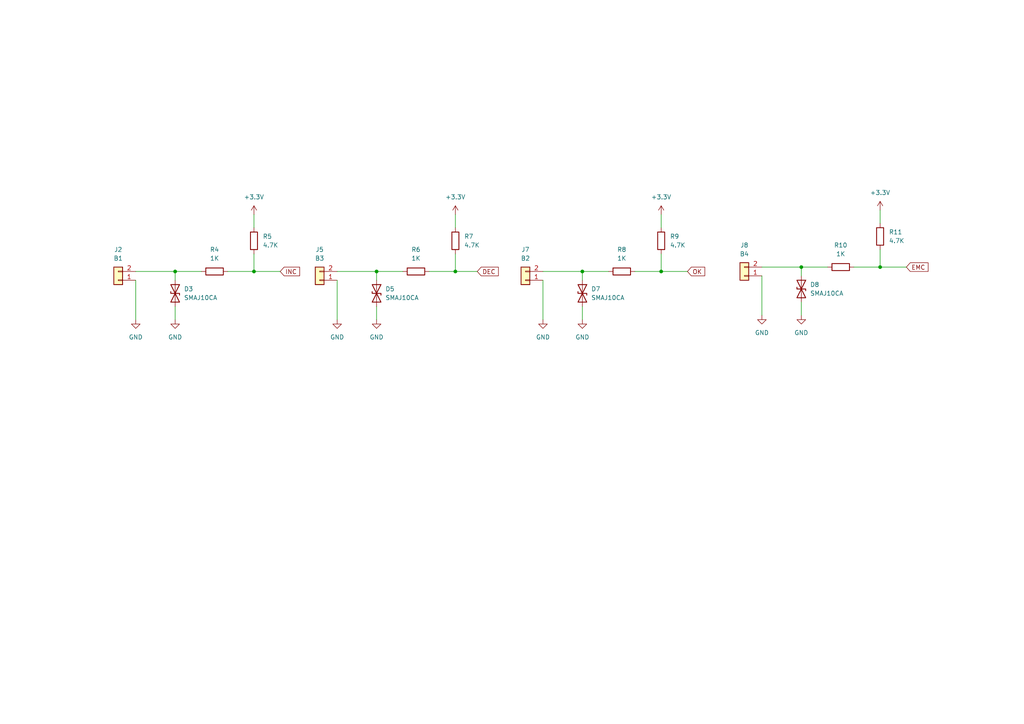
<source format=kicad_sch>
(kicad_sch (version 20230121) (generator eeschema)

  (uuid 4964ead0-ca07-4d1d-a1dd-2042d85cdb3f)

  (paper "A4")

  (lib_symbols
    (symbol "Connector_Generic:Conn_01x02" (pin_names (offset 1.016) hide) (in_bom yes) (on_board yes)
      (property "Reference" "J" (at 0 2.54 0)
        (effects (font (size 1.27 1.27)))
      )
      (property "Value" "Conn_01x02" (at 0 -5.08 0)
        (effects (font (size 1.27 1.27)))
      )
      (property "Footprint" "" (at 0 0 0)
        (effects (font (size 1.27 1.27)) hide)
      )
      (property "Datasheet" "~" (at 0 0 0)
        (effects (font (size 1.27 1.27)) hide)
      )
      (property "ki_keywords" "connector" (at 0 0 0)
        (effects (font (size 1.27 1.27)) hide)
      )
      (property "ki_description" "Generic connector, single row, 01x02, script generated (kicad-library-utils/schlib/autogen/connector/)" (at 0 0 0)
        (effects (font (size 1.27 1.27)) hide)
      )
      (property "ki_fp_filters" "Connector*:*_1x??_*" (at 0 0 0)
        (effects (font (size 1.27 1.27)) hide)
      )
      (symbol "Conn_01x02_1_1"
        (rectangle (start -1.27 -2.413) (end 0 -2.667)
          (stroke (width 0.1524) (type default))
          (fill (type none))
        )
        (rectangle (start -1.27 0.127) (end 0 -0.127)
          (stroke (width 0.1524) (type default))
          (fill (type none))
        )
        (rectangle (start -1.27 1.27) (end 1.27 -3.81)
          (stroke (width 0.254) (type default))
          (fill (type background))
        )
        (pin passive line (at -5.08 0 0) (length 3.81)
          (name "Pin_1" (effects (font (size 1.27 1.27))))
          (number "1" (effects (font (size 1.27 1.27))))
        )
        (pin passive line (at -5.08 -2.54 0) (length 3.81)
          (name "Pin_2" (effects (font (size 1.27 1.27))))
          (number "2" (effects (font (size 1.27 1.27))))
        )
      )
    )
    (symbol "Device:D_TVS" (pin_numbers hide) (pin_names (offset 1.016) hide) (in_bom yes) (on_board yes)
      (property "Reference" "D" (at 0 2.54 0)
        (effects (font (size 1.27 1.27)))
      )
      (property "Value" "D_TVS" (at 0 -2.54 0)
        (effects (font (size 1.27 1.27)))
      )
      (property "Footprint" "" (at 0 0 0)
        (effects (font (size 1.27 1.27)) hide)
      )
      (property "Datasheet" "~" (at 0 0 0)
        (effects (font (size 1.27 1.27)) hide)
      )
      (property "ki_keywords" "diode TVS thyrector" (at 0 0 0)
        (effects (font (size 1.27 1.27)) hide)
      )
      (property "ki_description" "Bidirectional transient-voltage-suppression diode" (at 0 0 0)
        (effects (font (size 1.27 1.27)) hide)
      )
      (property "ki_fp_filters" "TO-???* *_Diode_* *SingleDiode* D_*" (at 0 0 0)
        (effects (font (size 1.27 1.27)) hide)
      )
      (symbol "D_TVS_0_1"
        (polyline
          (pts
            (xy 1.27 0)
            (xy -1.27 0)
          )
          (stroke (width 0) (type default))
          (fill (type none))
        )
        (polyline
          (pts
            (xy 0.508 1.27)
            (xy 0 1.27)
            (xy 0 -1.27)
            (xy -0.508 -1.27)
          )
          (stroke (width 0.254) (type default))
          (fill (type none))
        )
        (polyline
          (pts
            (xy -2.54 1.27)
            (xy -2.54 -1.27)
            (xy 2.54 1.27)
            (xy 2.54 -1.27)
            (xy -2.54 1.27)
          )
          (stroke (width 0.254) (type default))
          (fill (type none))
        )
      )
      (symbol "D_TVS_1_1"
        (pin passive line (at -3.81 0 0) (length 2.54)
          (name "A1" (effects (font (size 1.27 1.27))))
          (number "1" (effects (font (size 1.27 1.27))))
        )
        (pin passive line (at 3.81 0 180) (length 2.54)
          (name "A2" (effects (font (size 1.27 1.27))))
          (number "2" (effects (font (size 1.27 1.27))))
        )
      )
    )
    (symbol "Device:R" (pin_numbers hide) (pin_names (offset 0)) (in_bom yes) (on_board yes)
      (property "Reference" "R" (at 2.032 0 90)
        (effects (font (size 1.27 1.27)))
      )
      (property "Value" "R" (at 0 0 90)
        (effects (font (size 1.27 1.27)))
      )
      (property "Footprint" "" (at -1.778 0 90)
        (effects (font (size 1.27 1.27)) hide)
      )
      (property "Datasheet" "~" (at 0 0 0)
        (effects (font (size 1.27 1.27)) hide)
      )
      (property "ki_keywords" "R res resistor" (at 0 0 0)
        (effects (font (size 1.27 1.27)) hide)
      )
      (property "ki_description" "Resistor" (at 0 0 0)
        (effects (font (size 1.27 1.27)) hide)
      )
      (property "ki_fp_filters" "R_*" (at 0 0 0)
        (effects (font (size 1.27 1.27)) hide)
      )
      (symbol "R_0_1"
        (rectangle (start -1.016 -2.54) (end 1.016 2.54)
          (stroke (width 0.254) (type default))
          (fill (type none))
        )
      )
      (symbol "R_1_1"
        (pin passive line (at 0 3.81 270) (length 1.27)
          (name "~" (effects (font (size 1.27 1.27))))
          (number "1" (effects (font (size 1.27 1.27))))
        )
        (pin passive line (at 0 -3.81 90) (length 1.27)
          (name "~" (effects (font (size 1.27 1.27))))
          (number "2" (effects (font (size 1.27 1.27))))
        )
      )
    )
    (symbol "power:+3.3V" (power) (pin_names (offset 0)) (in_bom yes) (on_board yes)
      (property "Reference" "#PWR" (at 0 -3.81 0)
        (effects (font (size 1.27 1.27)) hide)
      )
      (property "Value" "+3.3V" (at 0 3.556 0)
        (effects (font (size 1.27 1.27)))
      )
      (property "Footprint" "" (at 0 0 0)
        (effects (font (size 1.27 1.27)) hide)
      )
      (property "Datasheet" "" (at 0 0 0)
        (effects (font (size 1.27 1.27)) hide)
      )
      (property "ki_keywords" "global power" (at 0 0 0)
        (effects (font (size 1.27 1.27)) hide)
      )
      (property "ki_description" "Power symbol creates a global label with name \"+3.3V\"" (at 0 0 0)
        (effects (font (size 1.27 1.27)) hide)
      )
      (symbol "+3.3V_0_1"
        (polyline
          (pts
            (xy -0.762 1.27)
            (xy 0 2.54)
          )
          (stroke (width 0) (type default))
          (fill (type none))
        )
        (polyline
          (pts
            (xy 0 0)
            (xy 0 2.54)
          )
          (stroke (width 0) (type default))
          (fill (type none))
        )
        (polyline
          (pts
            (xy 0 2.54)
            (xy 0.762 1.27)
          )
          (stroke (width 0) (type default))
          (fill (type none))
        )
      )
      (symbol "+3.3V_1_1"
        (pin power_in line (at 0 0 90) (length 0) hide
          (name "+3.3V" (effects (font (size 1.27 1.27))))
          (number "1" (effects (font (size 1.27 1.27))))
        )
      )
    )
    (symbol "power:GND" (power) (pin_names (offset 0)) (in_bom yes) (on_board yes)
      (property "Reference" "#PWR" (at 0 -6.35 0)
        (effects (font (size 1.27 1.27)) hide)
      )
      (property "Value" "GND" (at 0 -3.81 0)
        (effects (font (size 1.27 1.27)))
      )
      (property "Footprint" "" (at 0 0 0)
        (effects (font (size 1.27 1.27)) hide)
      )
      (property "Datasheet" "" (at 0 0 0)
        (effects (font (size 1.27 1.27)) hide)
      )
      (property "ki_keywords" "global power" (at 0 0 0)
        (effects (font (size 1.27 1.27)) hide)
      )
      (property "ki_description" "Power symbol creates a global label with name \"GND\" , ground" (at 0 0 0)
        (effects (font (size 1.27 1.27)) hide)
      )
      (symbol "GND_0_1"
        (polyline
          (pts
            (xy 0 0)
            (xy 0 -1.27)
            (xy 1.27 -1.27)
            (xy 0 -2.54)
            (xy -1.27 -1.27)
            (xy 0 -1.27)
          )
          (stroke (width 0) (type default))
          (fill (type none))
        )
      )
      (symbol "GND_1_1"
        (pin power_in line (at 0 0 270) (length 0) hide
          (name "GND" (effects (font (size 1.27 1.27))))
          (number "1" (effects (font (size 1.27 1.27))))
        )
      )
    )
  )

  (junction (at 191.77 78.74) (diameter 0) (color 0 0 0 0)
    (uuid 14dcc92a-49d9-4526-b131-68c3c0627d1d)
  )
  (junction (at 255.27 77.47) (diameter 0) (color 0 0 0 0)
    (uuid 905867b1-551c-49b1-a7cf-e79142f97620)
  )
  (junction (at 168.91 78.74) (diameter 0) (color 0 0 0 0)
    (uuid 93ce8802-fde3-44ce-af3e-249fe209a44e)
  )
  (junction (at 109.22 78.74) (diameter 0) (color 0 0 0 0)
    (uuid 99f0a816-7dcb-4252-8c49-82303caa62ea)
  )
  (junction (at 132.08 78.74) (diameter 0) (color 0 0 0 0)
    (uuid a8935555-70f8-419b-8b03-f04006695da9)
  )
  (junction (at 73.66 78.74) (diameter 0) (color 0 0 0 0)
    (uuid cff1c10e-81de-4627-9604-127ed9d61d7f)
  )
  (junction (at 50.8 78.74) (diameter 0) (color 0 0 0 0)
    (uuid f9cd3292-ddcf-4749-b639-1f4ca233210e)
  )
  (junction (at 232.41 77.47) (diameter 0) (color 0 0 0 0)
    (uuid fb1ac0c3-e372-4bac-8a15-02bf15c59fe5)
  )

  (wire (pts (xy 132.08 78.74) (xy 132.08 73.66))
    (stroke (width 0) (type default))
    (uuid 005a8625-dc88-4ed4-bd28-b9a58ff67917)
  )
  (wire (pts (xy 255.27 77.47) (xy 262.89 77.47))
    (stroke (width 0) (type default))
    (uuid 099fe5b7-5825-4d41-bb8f-0d293eb63ee2)
  )
  (wire (pts (xy 168.91 88.9) (xy 168.91 92.71))
    (stroke (width 0) (type default))
    (uuid 0b32d68e-e9f6-4678-88ee-9b007b2fe523)
  )
  (wire (pts (xy 255.27 77.47) (xy 255.27 72.39))
    (stroke (width 0) (type default))
    (uuid 121f56d6-9af1-4faf-aaac-5494fede42d5)
  )
  (wire (pts (xy 66.04 78.74) (xy 73.66 78.74))
    (stroke (width 0) (type default))
    (uuid 297599be-8927-43f3-bec9-d1fcbc8618be)
  )
  (wire (pts (xy 220.98 80.01) (xy 220.98 91.44))
    (stroke (width 0) (type default))
    (uuid 2a9cfcf3-2bdd-4e14-8b40-aa879c5511a8)
  )
  (wire (pts (xy 73.66 78.74) (xy 81.28 78.74))
    (stroke (width 0) (type default))
    (uuid 33891ac1-1102-40d6-b1d2-d436c08cba03)
  )
  (wire (pts (xy 132.08 78.74) (xy 138.43 78.74))
    (stroke (width 0) (type default))
    (uuid 41cd0afb-67d5-4964-9f26-6e33136c31b3)
  )
  (wire (pts (xy 191.77 78.74) (xy 191.77 73.66))
    (stroke (width 0) (type default))
    (uuid 45716ece-47a2-4db5-aea9-ff3416fa0d95)
  )
  (wire (pts (xy 109.22 78.74) (xy 109.22 81.28))
    (stroke (width 0) (type default))
    (uuid 54113fff-416e-43e8-9d7b-58ae907fd41d)
  )
  (wire (pts (xy 184.15 78.74) (xy 191.77 78.74))
    (stroke (width 0) (type default))
    (uuid 5541e873-f761-42d4-b24f-40972c2d3277)
  )
  (wire (pts (xy 157.48 81.28) (xy 157.48 92.71))
    (stroke (width 0) (type default))
    (uuid 575c8035-8c64-4417-960c-cf92bd4f0f33)
  )
  (wire (pts (xy 168.91 78.74) (xy 176.53 78.74))
    (stroke (width 0) (type default))
    (uuid 588b81db-1260-4e35-816d-7011f21ba69e)
  )
  (wire (pts (xy 191.77 62.23) (xy 191.77 66.04))
    (stroke (width 0) (type default))
    (uuid 5e3c9e1c-3b2a-4610-aa53-1fa357a2702e)
  )
  (wire (pts (xy 232.41 87.63) (xy 232.41 91.44))
    (stroke (width 0) (type default))
    (uuid 5e5912b3-fe52-4425-91cf-25cc31ad0e40)
  )
  (wire (pts (xy 247.65 77.47) (xy 255.27 77.47))
    (stroke (width 0) (type default))
    (uuid 6101da83-03bf-49ef-abe2-9ac87bd57831)
  )
  (wire (pts (xy 132.08 62.23) (xy 132.08 66.04))
    (stroke (width 0) (type default))
    (uuid 76669973-cb73-4d4d-b68c-872fc64dfaf3)
  )
  (wire (pts (xy 50.8 78.74) (xy 58.42 78.74))
    (stroke (width 0) (type default))
    (uuid 7869f54b-b81d-43c9-a43c-04dd7c9a934a)
  )
  (wire (pts (xy 97.79 78.74) (xy 109.22 78.74))
    (stroke (width 0) (type default))
    (uuid 878bbccb-6d8e-4f53-98c3-30fa55bf33ba)
  )
  (wire (pts (xy 124.46 78.74) (xy 132.08 78.74))
    (stroke (width 0) (type default))
    (uuid 925c0b61-95f4-4d8e-a6ea-e0c56c3dc725)
  )
  (wire (pts (xy 232.41 77.47) (xy 240.03 77.47))
    (stroke (width 0) (type default))
    (uuid 9e39fe58-718c-4700-a5c9-c214d4e44971)
  )
  (wire (pts (xy 97.79 81.28) (xy 97.79 92.71))
    (stroke (width 0) (type default))
    (uuid 9eef2ba8-5801-40e9-952e-93a9d791028c)
  )
  (wire (pts (xy 73.66 78.74) (xy 73.66 73.66))
    (stroke (width 0) (type default))
    (uuid a20898d7-65a9-4c52-b4b8-d5a8e2f2ceff)
  )
  (wire (pts (xy 109.22 88.9) (xy 109.22 92.71))
    (stroke (width 0) (type default))
    (uuid b4e2ead1-782a-4560-af3d-a1c46f3e1e7a)
  )
  (wire (pts (xy 168.91 78.74) (xy 168.91 81.28))
    (stroke (width 0) (type default))
    (uuid b6395ba3-e5d8-4aed-acb7-948e2ed66b6e)
  )
  (wire (pts (xy 157.48 78.74) (xy 168.91 78.74))
    (stroke (width 0) (type default))
    (uuid bf7eee07-968a-4f22-82b2-afd79306ba1c)
  )
  (wire (pts (xy 255.27 60.96) (xy 255.27 64.77))
    (stroke (width 0) (type default))
    (uuid c209aa99-bd04-4da1-a2bc-460f9bb117f6)
  )
  (wire (pts (xy 39.37 81.28) (xy 39.37 92.71))
    (stroke (width 0) (type default))
    (uuid c55351b6-5f4c-4904-bf32-139f8c99031b)
  )
  (wire (pts (xy 232.41 77.47) (xy 232.41 80.01))
    (stroke (width 0) (type default))
    (uuid cac7b4c3-d9f3-40e8-9267-0626430dda93)
  )
  (wire (pts (xy 50.8 78.74) (xy 50.8 81.28))
    (stroke (width 0) (type default))
    (uuid d31fa28a-1196-4e75-8add-c814218d69cc)
  )
  (wire (pts (xy 39.37 78.74) (xy 50.8 78.74))
    (stroke (width 0) (type default))
    (uuid da35ae2e-37d9-45ac-86a0-f0b1400ecde9)
  )
  (wire (pts (xy 73.66 62.23) (xy 73.66 66.04))
    (stroke (width 0) (type default))
    (uuid dbf21293-9035-479f-91a5-113de5cc6740)
  )
  (wire (pts (xy 191.77 78.74) (xy 199.39 78.74))
    (stroke (width 0) (type default))
    (uuid df380d69-a4e0-4435-acb3-f14eeeb5c181)
  )
  (wire (pts (xy 220.98 77.47) (xy 232.41 77.47))
    (stroke (width 0) (type default))
    (uuid e379e031-e4bf-4900-92ab-7b125a2fd336)
  )
  (wire (pts (xy 109.22 78.74) (xy 116.84 78.74))
    (stroke (width 0) (type default))
    (uuid f8b857d9-7ad7-4356-8fc6-b4eac2e9f530)
  )
  (wire (pts (xy 50.8 88.9) (xy 50.8 92.71))
    (stroke (width 0) (type default))
    (uuid fa6efd10-3e26-4c6b-b228-5b964f9c5add)
  )

  (global_label "OK" (shape input) (at 199.39 78.74 0) (fields_autoplaced)
    (effects (font (size 1.27 1.27)) (justify left))
    (uuid 4e0bdf91-7711-4b04-bb86-feb3b374a1fd)
    (property "Intersheetrefs" "${INTERSHEET_REFS}" (at 204.8963 78.74 0)
      (effects (font (size 1.27 1.27)) (justify left) hide)
    )
  )
  (global_label "INC" (shape input) (at 81.28 78.74 0) (fields_autoplaced)
    (effects (font (size 1.27 1.27)) (justify left))
    (uuid ad3b3c6f-520e-4281-88d7-454e246385c0)
    (property "Intersheetrefs" "${INTERSHEET_REFS}" (at 87.3911 78.74 0)
      (effects (font (size 1.27 1.27)) (justify left) hide)
    )
  )
  (global_label "DEC" (shape input) (at 138.43 78.74 0) (fields_autoplaced)
    (effects (font (size 1.27 1.27)) (justify left))
    (uuid b8640ea6-7df0-4cb3-9510-a7d485ceab78)
    (property "Intersheetrefs" "${INTERSHEET_REFS}" (at 145.0248 78.74 0)
      (effects (font (size 1.27 1.27)) (justify left) hide)
    )
  )
  (global_label "EMC" (shape input) (at 262.89 77.47 0) (fields_autoplaced)
    (effects (font (size 1.27 1.27)) (justify left))
    (uuid fcbcc913-e185-4f47-b34b-c1a89bcd50af)
    (property "Intersheetrefs" "${INTERSHEET_REFS}" (at 269.6662 77.47 0)
      (effects (font (size 1.27 1.27)) (justify left) hide)
    )
  )

  (symbol (lib_id "power:GND") (at 157.48 92.71 0) (unit 1)
    (in_bom yes) (on_board yes) (dnp no) (fields_autoplaced)
    (uuid 004c079b-8cba-496c-972e-5f54c8eba981)
    (property "Reference" "#PWR032" (at 157.48 99.06 0)
      (effects (font (size 1.27 1.27)) hide)
    )
    (property "Value" "GND" (at 157.48 97.79 0)
      (effects (font (size 1.27 1.27)))
    )
    (property "Footprint" "" (at 157.48 92.71 0)
      (effects (font (size 1.27 1.27)) hide)
    )
    (property "Datasheet" "" (at 157.48 92.71 0)
      (effects (font (size 1.27 1.27)) hide)
    )
    (pin "1" (uuid 40d694f7-b051-4cbf-80dc-67ab56c60011))
    (instances
      (project "piezzo"
        (path "/2a569c31-bb52-4c3d-ae7f-45f2860154f7"
          (reference "#PWR032") (unit 1)
        )
        (path "/2a569c31-bb52-4c3d-ae7f-45f2860154f7/4b8d2594-c092-432a-ac01-6a47c7ff31d8"
          (reference "#PWR032") (unit 1)
        )
      )
    )
  )

  (symbol (lib_id "Device:R") (at 191.77 69.85 0) (unit 1)
    (in_bom yes) (on_board yes) (dnp no) (fields_autoplaced)
    (uuid 052dd5ff-4970-4ad4-b4b7-285e3cb4c476)
    (property "Reference" "R9" (at 194.31 68.58 0)
      (effects (font (size 1.27 1.27)) (justify left))
    )
    (property "Value" "4.7K" (at 194.31 71.12 0)
      (effects (font (size 1.27 1.27)) (justify left))
    )
    (property "Footprint" "Resistor_SMD:R_0603_1608Metric" (at 189.992 69.85 90)
      (effects (font (size 1.27 1.27)) hide)
    )
    (property "Datasheet" "~" (at 191.77 69.85 0)
      (effects (font (size 1.27 1.27)) hide)
    )
    (pin "1" (uuid a4cd6d9a-fe76-4acb-b61f-68bbd22137e2))
    (pin "2" (uuid 5d937e78-6d42-43f8-bbfc-a679cb40d9f6))
    (instances
      (project "piezzo"
        (path "/2a569c31-bb52-4c3d-ae7f-45f2860154f7"
          (reference "R9") (unit 1)
        )
        (path "/2a569c31-bb52-4c3d-ae7f-45f2860154f7/4b8d2594-c092-432a-ac01-6a47c7ff31d8"
          (reference "R9") (unit 1)
        )
      )
    )
  )

  (symbol (lib_id "power:GND") (at 97.79 92.71 0) (unit 1)
    (in_bom yes) (on_board yes) (dnp no) (fields_autoplaced)
    (uuid 0b9ec2ce-612d-44e8-a7da-5ae82eadf31d)
    (property "Reference" "#PWR025" (at 97.79 99.06 0)
      (effects (font (size 1.27 1.27)) hide)
    )
    (property "Value" "GND" (at 97.79 97.79 0)
      (effects (font (size 1.27 1.27)))
    )
    (property "Footprint" "" (at 97.79 92.71 0)
      (effects (font (size 1.27 1.27)) hide)
    )
    (property "Datasheet" "" (at 97.79 92.71 0)
      (effects (font (size 1.27 1.27)) hide)
    )
    (pin "1" (uuid e3b06e6c-94a3-4452-aad0-12f5c3c833d2))
    (instances
      (project "piezzo"
        (path "/2a569c31-bb52-4c3d-ae7f-45f2860154f7"
          (reference "#PWR025") (unit 1)
        )
        (path "/2a569c31-bb52-4c3d-ae7f-45f2860154f7/4b8d2594-c092-432a-ac01-6a47c7ff31d8"
          (reference "#PWR025") (unit 1)
        )
      )
    )
  )

  (symbol (lib_id "Device:D_TVS") (at 109.22 85.09 270) (unit 1)
    (in_bom yes) (on_board yes) (dnp no) (fields_autoplaced)
    (uuid 14c07b8f-5834-484c-8138-12e6fc7262da)
    (property "Reference" "D5" (at 111.76 83.82 90)
      (effects (font (size 1.27 1.27)) (justify left))
    )
    (property "Value" "SMAJ10CA" (at 111.76 86.36 90)
      (effects (font (size 1.27 1.27)) (justify left))
    )
    (property "Footprint" "Diode_SMD:D_MELF" (at 109.22 85.09 0)
      (effects (font (size 1.27 1.27)) hide)
    )
    (property "Datasheet" "~" (at 109.22 85.09 0)
      (effects (font (size 1.27 1.27)) hide)
    )
    (pin "1" (uuid 0a8c1976-64b6-4cee-aa9e-50a47a07f149))
    (pin "2" (uuid 30b7ee71-82c8-434f-93c7-c14ff1ca93a6))
    (instances
      (project "piezzo"
        (path "/2a569c31-bb52-4c3d-ae7f-45f2860154f7"
          (reference "D5") (unit 1)
        )
        (path "/2a569c31-bb52-4c3d-ae7f-45f2860154f7/4b8d2594-c092-432a-ac01-6a47c7ff31d8"
          (reference "D5") (unit 1)
        )
      )
    )
  )

  (symbol (lib_id "Device:R") (at 243.84 77.47 270) (unit 1)
    (in_bom yes) (on_board yes) (dnp no) (fields_autoplaced)
    (uuid 1cd3e048-fa37-4404-9c9b-77815193e82d)
    (property "Reference" "R10" (at 243.84 71.12 90)
      (effects (font (size 1.27 1.27)))
    )
    (property "Value" "1K" (at 243.84 73.66 90)
      (effects (font (size 1.27 1.27)))
    )
    (property "Footprint" "Resistor_SMD:R_0603_1608Metric" (at 243.84 75.692 90)
      (effects (font (size 1.27 1.27)) hide)
    )
    (property "Datasheet" "~" (at 243.84 77.47 0)
      (effects (font (size 1.27 1.27)) hide)
    )
    (pin "1" (uuid 0923baec-b8ef-4a72-8974-616b1837bdb6))
    (pin "2" (uuid cf14581f-073d-4559-8bf9-ae7d11a3f8e0))
    (instances
      (project "piezzo"
        (path "/2a569c31-bb52-4c3d-ae7f-45f2860154f7"
          (reference "R10") (unit 1)
        )
        (path "/2a569c31-bb52-4c3d-ae7f-45f2860154f7/4b8d2594-c092-432a-ac01-6a47c7ff31d8"
          (reference "R10") (unit 1)
        )
      )
    )
  )

  (symbol (lib_id "power:+3.3V") (at 191.77 62.23 0) (unit 1)
    (in_bom yes) (on_board yes) (dnp no) (fields_autoplaced)
    (uuid 233d5ae5-774c-4647-9534-5eb954d0d29c)
    (property "Reference" "#PWR036" (at 191.77 66.04 0)
      (effects (font (size 1.27 1.27)) hide)
    )
    (property "Value" "+3.3V" (at 191.77 57.15 0)
      (effects (font (size 1.27 1.27)))
    )
    (property "Footprint" "" (at 191.77 62.23 0)
      (effects (font (size 1.27 1.27)) hide)
    )
    (property "Datasheet" "" (at 191.77 62.23 0)
      (effects (font (size 1.27 1.27)) hide)
    )
    (pin "1" (uuid 21d26b90-69e9-4d1d-b7ed-ba16ed7328d0))
    (instances
      (project "piezzo"
        (path "/2a569c31-bb52-4c3d-ae7f-45f2860154f7"
          (reference "#PWR036") (unit 1)
        )
        (path "/2a569c31-bb52-4c3d-ae7f-45f2860154f7/4b8d2594-c092-432a-ac01-6a47c7ff31d8"
          (reference "#PWR036") (unit 1)
        )
      )
    )
  )

  (symbol (lib_id "Connector_Generic:Conn_01x02") (at 92.71 81.28 180) (unit 1)
    (in_bom yes) (on_board yes) (dnp no) (fields_autoplaced)
    (uuid 2ca5ec32-9af8-4613-9ab1-d99d9553c502)
    (property "Reference" "J5" (at 92.71 72.39 0)
      (effects (font (size 1.27 1.27)))
    )
    (property "Value" "B3" (at 92.71 74.93 0)
      (effects (font (size 1.27 1.27)))
    )
    (property "Footprint" "Connector_PinHeader_2.54mm:PinHeader_1x02_P2.54mm_Vertical" (at 92.71 81.28 0)
      (effects (font (size 1.27 1.27)) hide)
    )
    (property "Datasheet" "~" (at 92.71 81.28 0)
      (effects (font (size 1.27 1.27)) hide)
    )
    (pin "1" (uuid 00e78ecb-d220-4d2c-82e6-67f35d6a54fe))
    (pin "2" (uuid ca3a0401-efb8-438e-a904-f6dab43a3736))
    (instances
      (project "piezzo"
        (path "/2a569c31-bb52-4c3d-ae7f-45f2860154f7"
          (reference "J5") (unit 1)
        )
        (path "/2a569c31-bb52-4c3d-ae7f-45f2860154f7/4b8d2594-c092-432a-ac01-6a47c7ff31d8"
          (reference "J5") (unit 1)
        )
      )
    )
  )

  (symbol (lib_id "Device:R") (at 73.66 69.85 0) (unit 1)
    (in_bom yes) (on_board yes) (dnp no) (fields_autoplaced)
    (uuid 3cd19a42-e0e7-4718-b6b7-f60bd5e20bf0)
    (property "Reference" "R5" (at 76.2 68.58 0)
      (effects (font (size 1.27 1.27)) (justify left))
    )
    (property "Value" "4.7K" (at 76.2 71.12 0)
      (effects (font (size 1.27 1.27)) (justify left))
    )
    (property "Footprint" "Resistor_SMD:R_0603_1608Metric" (at 71.882 69.85 90)
      (effects (font (size 1.27 1.27)) hide)
    )
    (property "Datasheet" "~" (at 73.66 69.85 0)
      (effects (font (size 1.27 1.27)) hide)
    )
    (pin "1" (uuid 8ca50726-dbb8-4cd2-b72a-831881cb94e7))
    (pin "2" (uuid 2f80dc87-f39e-4eed-99f9-baeb0050d79b))
    (instances
      (project "piezzo"
        (path "/2a569c31-bb52-4c3d-ae7f-45f2860154f7"
          (reference "R5") (unit 1)
        )
        (path "/2a569c31-bb52-4c3d-ae7f-45f2860154f7/4b8d2594-c092-432a-ac01-6a47c7ff31d8"
          (reference "R5") (unit 1)
        )
      )
    )
  )

  (symbol (lib_id "power:GND") (at 220.98 91.44 0) (unit 1)
    (in_bom yes) (on_board yes) (dnp no) (fields_autoplaced)
    (uuid 3faea7a8-0ca3-46bb-8aaf-4994a208794f)
    (property "Reference" "#PWR037" (at 220.98 97.79 0)
      (effects (font (size 1.27 1.27)) hide)
    )
    (property "Value" "GND" (at 220.98 96.52 0)
      (effects (font (size 1.27 1.27)))
    )
    (property "Footprint" "" (at 220.98 91.44 0)
      (effects (font (size 1.27 1.27)) hide)
    )
    (property "Datasheet" "" (at 220.98 91.44 0)
      (effects (font (size 1.27 1.27)) hide)
    )
    (pin "1" (uuid c7e25275-c3e0-4146-a62f-111a8c51803d))
    (instances
      (project "piezzo"
        (path "/2a569c31-bb52-4c3d-ae7f-45f2860154f7"
          (reference "#PWR037") (unit 1)
        )
        (path "/2a569c31-bb52-4c3d-ae7f-45f2860154f7/4b8d2594-c092-432a-ac01-6a47c7ff31d8"
          (reference "#PWR037") (unit 1)
        )
      )
    )
  )

  (symbol (lib_id "Connector_Generic:Conn_01x02") (at 34.29 81.28 180) (unit 1)
    (in_bom yes) (on_board yes) (dnp no) (fields_autoplaced)
    (uuid 43276654-e7d0-4857-bd62-6ff6722833ae)
    (property "Reference" "J2" (at 34.29 72.39 0)
      (effects (font (size 1.27 1.27)))
    )
    (property "Value" "B1" (at 34.29 74.93 0)
      (effects (font (size 1.27 1.27)))
    )
    (property "Footprint" "Connector_PinHeader_2.54mm:PinHeader_1x02_P2.54mm_Vertical" (at 34.29 81.28 0)
      (effects (font (size 1.27 1.27)) hide)
    )
    (property "Datasheet" "~" (at 34.29 81.28 0)
      (effects (font (size 1.27 1.27)) hide)
    )
    (pin "1" (uuid 19104e06-2bd9-4d74-809b-ccfffd5793ab))
    (pin "2" (uuid 08c44ab5-13eb-4b45-9ef2-dd2024be8ed3))
    (instances
      (project "piezzo"
        (path "/2a569c31-bb52-4c3d-ae7f-45f2860154f7"
          (reference "J2") (unit 1)
        )
        (path "/2a569c31-bb52-4c3d-ae7f-45f2860154f7/4b8d2594-c092-432a-ac01-6a47c7ff31d8"
          (reference "J2") (unit 1)
        )
      )
    )
  )

  (symbol (lib_id "Device:R") (at 180.34 78.74 270) (unit 1)
    (in_bom yes) (on_board yes) (dnp no) (fields_autoplaced)
    (uuid 590e2020-3a64-48c9-8093-4f471e998632)
    (property "Reference" "R8" (at 180.34 72.39 90)
      (effects (font (size 1.27 1.27)))
    )
    (property "Value" "1K" (at 180.34 74.93 90)
      (effects (font (size 1.27 1.27)))
    )
    (property "Footprint" "Resistor_SMD:R_0603_1608Metric" (at 180.34 76.962 90)
      (effects (font (size 1.27 1.27)) hide)
    )
    (property "Datasheet" "~" (at 180.34 78.74 0)
      (effects (font (size 1.27 1.27)) hide)
    )
    (pin "1" (uuid a052cd5d-2834-4504-a3de-3d1d26b57012))
    (pin "2" (uuid 59097479-5051-4727-a0b2-961b2b2bae42))
    (instances
      (project "piezzo"
        (path "/2a569c31-bb52-4c3d-ae7f-45f2860154f7"
          (reference "R8") (unit 1)
        )
        (path "/2a569c31-bb52-4c3d-ae7f-45f2860154f7/4b8d2594-c092-432a-ac01-6a47c7ff31d8"
          (reference "R8") (unit 1)
        )
      )
    )
  )

  (symbol (lib_id "Device:D_TVS") (at 232.41 83.82 270) (unit 1)
    (in_bom yes) (on_board yes) (dnp no) (fields_autoplaced)
    (uuid 5d88afcd-7416-4f8e-93c3-62456560b615)
    (property "Reference" "D8" (at 234.95 82.55 90)
      (effects (font (size 1.27 1.27)) (justify left))
    )
    (property "Value" "SMAJ10CA" (at 234.95 85.09 90)
      (effects (font (size 1.27 1.27)) (justify left))
    )
    (property "Footprint" "Diode_SMD:D_MELF" (at 232.41 83.82 0)
      (effects (font (size 1.27 1.27)) hide)
    )
    (property "Datasheet" "~" (at 232.41 83.82 0)
      (effects (font (size 1.27 1.27)) hide)
    )
    (pin "1" (uuid aafaf3c0-31c7-42a6-be7e-a915d5e6e71b))
    (pin "2" (uuid 6d8cac57-08d9-4e94-b685-d1e8810ec671))
    (instances
      (project "piezzo"
        (path "/2a569c31-bb52-4c3d-ae7f-45f2860154f7"
          (reference "D8") (unit 1)
        )
        (path "/2a569c31-bb52-4c3d-ae7f-45f2860154f7/4b8d2594-c092-432a-ac01-6a47c7ff31d8"
          (reference "D8") (unit 1)
        )
      )
    )
  )

  (symbol (lib_id "Device:R") (at 62.23 78.74 270) (unit 1)
    (in_bom yes) (on_board yes) (dnp no) (fields_autoplaced)
    (uuid 6e699139-9caa-4ead-88c3-c60581dabc96)
    (property "Reference" "R4" (at 62.23 72.39 90)
      (effects (font (size 1.27 1.27)))
    )
    (property "Value" "1K" (at 62.23 74.93 90)
      (effects (font (size 1.27 1.27)))
    )
    (property "Footprint" "Resistor_SMD:R_0603_1608Metric" (at 62.23 76.962 90)
      (effects (font (size 1.27 1.27)) hide)
    )
    (property "Datasheet" "~" (at 62.23 78.74 0)
      (effects (font (size 1.27 1.27)) hide)
    )
    (pin "1" (uuid 7622c81c-35bd-475c-bb2c-57a59706b99d))
    (pin "2" (uuid db9f0ae0-37fe-414e-8887-736654299528))
    (instances
      (project "piezzo"
        (path "/2a569c31-bb52-4c3d-ae7f-45f2860154f7"
          (reference "R4") (unit 1)
        )
        (path "/2a569c31-bb52-4c3d-ae7f-45f2860154f7/4b8d2594-c092-432a-ac01-6a47c7ff31d8"
          (reference "R4") (unit 1)
        )
      )
    )
  )

  (symbol (lib_id "power:+3.3V") (at 255.27 60.96 0) (unit 1)
    (in_bom yes) (on_board yes) (dnp no) (fields_autoplaced)
    (uuid 6f1c6c24-f36b-4cd6-b498-04d6df5c9d4a)
    (property "Reference" "#PWR039" (at 255.27 64.77 0)
      (effects (font (size 1.27 1.27)) hide)
    )
    (property "Value" "+3.3V" (at 255.27 55.88 0)
      (effects (font (size 1.27 1.27)))
    )
    (property "Footprint" "" (at 255.27 60.96 0)
      (effects (font (size 1.27 1.27)) hide)
    )
    (property "Datasheet" "" (at 255.27 60.96 0)
      (effects (font (size 1.27 1.27)) hide)
    )
    (pin "1" (uuid 96d29be5-6180-4a39-9eb4-481a68367adf))
    (instances
      (project "piezzo"
        (path "/2a569c31-bb52-4c3d-ae7f-45f2860154f7"
          (reference "#PWR039") (unit 1)
        )
        (path "/2a569c31-bb52-4c3d-ae7f-45f2860154f7/4b8d2594-c092-432a-ac01-6a47c7ff31d8"
          (reference "#PWR039") (unit 1)
        )
      )
    )
  )

  (symbol (lib_id "power:GND") (at 39.37 92.71 0) (unit 1)
    (in_bom yes) (on_board yes) (dnp no) (fields_autoplaced)
    (uuid 76714d71-ad2b-422a-995b-bc1013784217)
    (property "Reference" "#PWR017" (at 39.37 99.06 0)
      (effects (font (size 1.27 1.27)) hide)
    )
    (property "Value" "GND" (at 39.37 97.79 0)
      (effects (font (size 1.27 1.27)))
    )
    (property "Footprint" "" (at 39.37 92.71 0)
      (effects (font (size 1.27 1.27)) hide)
    )
    (property "Datasheet" "" (at 39.37 92.71 0)
      (effects (font (size 1.27 1.27)) hide)
    )
    (pin "1" (uuid a4f05435-bff6-411e-9287-9c3194c00f6b))
    (instances
      (project "piezzo"
        (path "/2a569c31-bb52-4c3d-ae7f-45f2860154f7"
          (reference "#PWR017") (unit 1)
        )
        (path "/2a569c31-bb52-4c3d-ae7f-45f2860154f7/4b8d2594-c092-432a-ac01-6a47c7ff31d8"
          (reference "#PWR017") (unit 1)
        )
      )
    )
  )

  (symbol (lib_id "power:GND") (at 232.41 91.44 0) (unit 1)
    (in_bom yes) (on_board yes) (dnp no) (fields_autoplaced)
    (uuid 94423d50-0647-4294-bdbb-3a12f1fcd316)
    (property "Reference" "#PWR038" (at 232.41 97.79 0)
      (effects (font (size 1.27 1.27)) hide)
    )
    (property "Value" "GND" (at 232.41 96.52 0)
      (effects (font (size 1.27 1.27)))
    )
    (property "Footprint" "" (at 232.41 91.44 0)
      (effects (font (size 1.27 1.27)) hide)
    )
    (property "Datasheet" "" (at 232.41 91.44 0)
      (effects (font (size 1.27 1.27)) hide)
    )
    (pin "1" (uuid 24f87d48-3f6c-4216-8a89-d0a3fb8fdc03))
    (instances
      (project "piezzo"
        (path "/2a569c31-bb52-4c3d-ae7f-45f2860154f7"
          (reference "#PWR038") (unit 1)
        )
        (path "/2a569c31-bb52-4c3d-ae7f-45f2860154f7/4b8d2594-c092-432a-ac01-6a47c7ff31d8"
          (reference "#PWR038") (unit 1)
        )
      )
    )
  )

  (symbol (lib_id "Device:D_TVS") (at 168.91 85.09 270) (unit 1)
    (in_bom yes) (on_board yes) (dnp no) (fields_autoplaced)
    (uuid 9635d11b-167b-4692-aa39-cd75ee7374ee)
    (property "Reference" "D7" (at 171.45 83.82 90)
      (effects (font (size 1.27 1.27)) (justify left))
    )
    (property "Value" "SMAJ10CA" (at 171.45 86.36 90)
      (effects (font (size 1.27 1.27)) (justify left))
    )
    (property "Footprint" "Diode_SMD:D_MELF" (at 168.91 85.09 0)
      (effects (font (size 1.27 1.27)) hide)
    )
    (property "Datasheet" "~" (at 168.91 85.09 0)
      (effects (font (size 1.27 1.27)) hide)
    )
    (pin "1" (uuid 15f3afab-956f-42ef-a755-f91b89e61d45))
    (pin "2" (uuid e6f88d9b-8d7e-49b5-a7a7-9436dd10f3b8))
    (instances
      (project "piezzo"
        (path "/2a569c31-bb52-4c3d-ae7f-45f2860154f7"
          (reference "D7") (unit 1)
        )
        (path "/2a569c31-bb52-4c3d-ae7f-45f2860154f7/4b8d2594-c092-432a-ac01-6a47c7ff31d8"
          (reference "D7") (unit 1)
        )
      )
    )
  )

  (symbol (lib_id "Connector_Generic:Conn_01x02") (at 152.4 81.28 180) (unit 1)
    (in_bom yes) (on_board yes) (dnp no) (fields_autoplaced)
    (uuid 9a529c24-2b23-46d8-9059-73a993d9fab4)
    (property "Reference" "J7" (at 152.4 72.39 0)
      (effects (font (size 1.27 1.27)))
    )
    (property "Value" "B2" (at 152.4 74.93 0)
      (effects (font (size 1.27 1.27)))
    )
    (property "Footprint" "Connector_PinHeader_2.54mm:PinHeader_1x02_P2.54mm_Vertical" (at 152.4 81.28 0)
      (effects (font (size 1.27 1.27)) hide)
    )
    (property "Datasheet" "~" (at 152.4 81.28 0)
      (effects (font (size 1.27 1.27)) hide)
    )
    (pin "1" (uuid 3d950f5e-2c3a-46cf-a7ed-55362358552b))
    (pin "2" (uuid 00d089d9-e4ad-4861-8897-47c2defd32d7))
    (instances
      (project "piezzo"
        (path "/2a569c31-bb52-4c3d-ae7f-45f2860154f7"
          (reference "J7") (unit 1)
        )
        (path "/2a569c31-bb52-4c3d-ae7f-45f2860154f7/4b8d2594-c092-432a-ac01-6a47c7ff31d8"
          (reference "J7") (unit 1)
        )
      )
    )
  )

  (symbol (lib_id "Device:R") (at 120.65 78.74 270) (unit 1)
    (in_bom yes) (on_board yes) (dnp no) (fields_autoplaced)
    (uuid a15d9d70-b922-4b86-bec8-dacf86b0651b)
    (property "Reference" "R6" (at 120.65 72.39 90)
      (effects (font (size 1.27 1.27)))
    )
    (property "Value" "1K" (at 120.65 74.93 90)
      (effects (font (size 1.27 1.27)))
    )
    (property "Footprint" "Resistor_SMD:R_0603_1608Metric" (at 120.65 76.962 90)
      (effects (font (size 1.27 1.27)) hide)
    )
    (property "Datasheet" "~" (at 120.65 78.74 0)
      (effects (font (size 1.27 1.27)) hide)
    )
    (pin "1" (uuid 9b17b77b-1f36-42d4-b0da-0845c7713084))
    (pin "2" (uuid 056783c6-e6aa-4ff1-a47d-f999593b4825))
    (instances
      (project "piezzo"
        (path "/2a569c31-bb52-4c3d-ae7f-45f2860154f7"
          (reference "R6") (unit 1)
        )
        (path "/2a569c31-bb52-4c3d-ae7f-45f2860154f7/4b8d2594-c092-432a-ac01-6a47c7ff31d8"
          (reference "R6") (unit 1)
        )
      )
    )
  )

  (symbol (lib_id "power:+3.3V") (at 73.66 62.23 0) (unit 1)
    (in_bom yes) (on_board yes) (dnp no) (fields_autoplaced)
    (uuid aa3896c3-e991-4865-8a70-4c292136a649)
    (property "Reference" "#PWR022" (at 73.66 66.04 0)
      (effects (font (size 1.27 1.27)) hide)
    )
    (property "Value" "+3.3V" (at 73.66 57.15 0)
      (effects (font (size 1.27 1.27)))
    )
    (property "Footprint" "" (at 73.66 62.23 0)
      (effects (font (size 1.27 1.27)) hide)
    )
    (property "Datasheet" "" (at 73.66 62.23 0)
      (effects (font (size 1.27 1.27)) hide)
    )
    (pin "1" (uuid 93e2ee88-bcd4-4b7b-a505-d0542812c139))
    (instances
      (project "piezzo"
        (path "/2a569c31-bb52-4c3d-ae7f-45f2860154f7"
          (reference "#PWR022") (unit 1)
        )
        (path "/2a569c31-bb52-4c3d-ae7f-45f2860154f7/4b8d2594-c092-432a-ac01-6a47c7ff31d8"
          (reference "#PWR022") (unit 1)
        )
      )
    )
  )

  (symbol (lib_id "Device:R") (at 255.27 68.58 0) (unit 1)
    (in_bom yes) (on_board yes) (dnp no) (fields_autoplaced)
    (uuid af917991-d1f5-4633-9752-148f16ee22b1)
    (property "Reference" "R11" (at 257.81 67.31 0)
      (effects (font (size 1.27 1.27)) (justify left))
    )
    (property "Value" "4.7K" (at 257.81 69.85 0)
      (effects (font (size 1.27 1.27)) (justify left))
    )
    (property "Footprint" "Resistor_SMD:R_0603_1608Metric" (at 253.492 68.58 90)
      (effects (font (size 1.27 1.27)) hide)
    )
    (property "Datasheet" "~" (at 255.27 68.58 0)
      (effects (font (size 1.27 1.27)) hide)
    )
    (pin "1" (uuid 650b708f-eb07-4864-b6c6-5281d9034a0d))
    (pin "2" (uuid bed7e738-6bd9-49ea-94e8-a657533a3d6a))
    (instances
      (project "piezzo"
        (path "/2a569c31-bb52-4c3d-ae7f-45f2860154f7"
          (reference "R11") (unit 1)
        )
        (path "/2a569c31-bb52-4c3d-ae7f-45f2860154f7/4b8d2594-c092-432a-ac01-6a47c7ff31d8"
          (reference "R11") (unit 1)
        )
      )
    )
  )

  (symbol (lib_id "Device:R") (at 132.08 69.85 0) (unit 1)
    (in_bom yes) (on_board yes) (dnp no) (fields_autoplaced)
    (uuid c94f7380-a2c5-434f-a2fd-53c4067de845)
    (property "Reference" "R7" (at 134.62 68.58 0)
      (effects (font (size 1.27 1.27)) (justify left))
    )
    (property "Value" "4.7K" (at 134.62 71.12 0)
      (effects (font (size 1.27 1.27)) (justify left))
    )
    (property "Footprint" "Resistor_SMD:R_0603_1608Metric" (at 130.302 69.85 90)
      (effects (font (size 1.27 1.27)) hide)
    )
    (property "Datasheet" "~" (at 132.08 69.85 0)
      (effects (font (size 1.27 1.27)) hide)
    )
    (pin "1" (uuid d080d9f9-bfaf-4d20-a0c6-d840f4ee1d84))
    (pin "2" (uuid 5b72d872-a4cf-4558-a40a-98d13f7ad4c2))
    (instances
      (project "piezzo"
        (path "/2a569c31-bb52-4c3d-ae7f-45f2860154f7"
          (reference "R7") (unit 1)
        )
        (path "/2a569c31-bb52-4c3d-ae7f-45f2860154f7/4b8d2594-c092-432a-ac01-6a47c7ff31d8"
          (reference "R7") (unit 1)
        )
      )
    )
  )

  (symbol (lib_id "Connector_Generic:Conn_01x02") (at 215.9 80.01 180) (unit 1)
    (in_bom yes) (on_board yes) (dnp no) (fields_autoplaced)
    (uuid ca6ff785-c4b4-4c76-8331-d6d32cb7502f)
    (property "Reference" "J8" (at 215.9 71.12 0)
      (effects (font (size 1.27 1.27)))
    )
    (property "Value" "B4" (at 215.9 73.66 0)
      (effects (font (size 1.27 1.27)))
    )
    (property "Footprint" "Connector_PinHeader_2.54mm:PinHeader_1x02_P2.54mm_Vertical" (at 215.9 80.01 0)
      (effects (font (size 1.27 1.27)) hide)
    )
    (property "Datasheet" "~" (at 215.9 80.01 0)
      (effects (font (size 1.27 1.27)) hide)
    )
    (pin "1" (uuid 6008efb7-ff15-4b89-9fec-1545fef9129a))
    (pin "2" (uuid 3763fc0b-0c7c-45a1-bfe5-3863d0bccfd8))
    (instances
      (project "piezzo"
        (path "/2a569c31-bb52-4c3d-ae7f-45f2860154f7"
          (reference "J8") (unit 1)
        )
        (path "/2a569c31-bb52-4c3d-ae7f-45f2860154f7/4b8d2594-c092-432a-ac01-6a47c7ff31d8"
          (reference "J8") (unit 1)
        )
      )
    )
  )

  (symbol (lib_id "Device:D_TVS") (at 50.8 85.09 270) (unit 1)
    (in_bom yes) (on_board yes) (dnp no) (fields_autoplaced)
    (uuid d77eac32-3158-4eb8-aba1-95992e44905c)
    (property "Reference" "D3" (at 53.34 83.82 90)
      (effects (font (size 1.27 1.27)) (justify left))
    )
    (property "Value" "SMAJ10CA" (at 53.34 86.36 90)
      (effects (font (size 1.27 1.27)) (justify left))
    )
    (property "Footprint" "Diode_SMD:D_MELF" (at 50.8 85.09 0)
      (effects (font (size 1.27 1.27)) hide)
    )
    (property "Datasheet" "~" (at 50.8 85.09 0)
      (effects (font (size 1.27 1.27)) hide)
    )
    (pin "1" (uuid 584e98bc-3e39-4b1b-a9dd-d9f9852d3231))
    (pin "2" (uuid 1fd9a34a-36d8-4eaf-a53b-19e6bfa6006e))
    (instances
      (project "piezzo"
        (path "/2a569c31-bb52-4c3d-ae7f-45f2860154f7"
          (reference "D3") (unit 1)
        )
        (path "/2a569c31-bb52-4c3d-ae7f-45f2860154f7/4b8d2594-c092-432a-ac01-6a47c7ff31d8"
          (reference "D3") (unit 1)
        )
      )
    )
  )

  (symbol (lib_id "power:GND") (at 109.22 92.71 0) (unit 1)
    (in_bom yes) (on_board yes) (dnp no) (fields_autoplaced)
    (uuid dbab609c-4174-439a-b367-973a2555c499)
    (property "Reference" "#PWR026" (at 109.22 99.06 0)
      (effects (font (size 1.27 1.27)) hide)
    )
    (property "Value" "GND" (at 109.22 97.79 0)
      (effects (font (size 1.27 1.27)))
    )
    (property "Footprint" "" (at 109.22 92.71 0)
      (effects (font (size 1.27 1.27)) hide)
    )
    (property "Datasheet" "" (at 109.22 92.71 0)
      (effects (font (size 1.27 1.27)) hide)
    )
    (pin "1" (uuid fb9e6586-4b78-4113-83ce-dc79bee677e1))
    (instances
      (project "piezzo"
        (path "/2a569c31-bb52-4c3d-ae7f-45f2860154f7"
          (reference "#PWR026") (unit 1)
        )
        (path "/2a569c31-bb52-4c3d-ae7f-45f2860154f7/4b8d2594-c092-432a-ac01-6a47c7ff31d8"
          (reference "#PWR026") (unit 1)
        )
      )
    )
  )

  (symbol (lib_id "power:GND") (at 50.8 92.71 0) (unit 1)
    (in_bom yes) (on_board yes) (dnp no) (fields_autoplaced)
    (uuid f2acc86f-2dc9-4fb1-b3ce-881c050488eb)
    (property "Reference" "#PWR019" (at 50.8 99.06 0)
      (effects (font (size 1.27 1.27)) hide)
    )
    (property "Value" "GND" (at 50.8 97.79 0)
      (effects (font (size 1.27 1.27)))
    )
    (property "Footprint" "" (at 50.8 92.71 0)
      (effects (font (size 1.27 1.27)) hide)
    )
    (property "Datasheet" "" (at 50.8 92.71 0)
      (effects (font (size 1.27 1.27)) hide)
    )
    (pin "1" (uuid 4efed5c3-ef1e-4deb-8d85-39777d295305))
    (instances
      (project "piezzo"
        (path "/2a569c31-bb52-4c3d-ae7f-45f2860154f7"
          (reference "#PWR019") (unit 1)
        )
        (path "/2a569c31-bb52-4c3d-ae7f-45f2860154f7/4b8d2594-c092-432a-ac01-6a47c7ff31d8"
          (reference "#PWR019") (unit 1)
        )
      )
    )
  )

  (symbol (lib_id "power:+3.3V") (at 132.08 62.23 0) (unit 1)
    (in_bom yes) (on_board yes) (dnp no) (fields_autoplaced)
    (uuid f9412305-0233-4544-9b21-24498335abeb)
    (property "Reference" "#PWR029" (at 132.08 66.04 0)
      (effects (font (size 1.27 1.27)) hide)
    )
    (property "Value" "+3.3V" (at 132.08 57.15 0)
      (effects (font (size 1.27 1.27)))
    )
    (property "Footprint" "" (at 132.08 62.23 0)
      (effects (font (size 1.27 1.27)) hide)
    )
    (property "Datasheet" "" (at 132.08 62.23 0)
      (effects (font (size 1.27 1.27)) hide)
    )
    (pin "1" (uuid 3818b554-2a17-4f31-9534-17ce83348d5c))
    (instances
      (project "piezzo"
        (path "/2a569c31-bb52-4c3d-ae7f-45f2860154f7"
          (reference "#PWR029") (unit 1)
        )
        (path "/2a569c31-bb52-4c3d-ae7f-45f2860154f7/4b8d2594-c092-432a-ac01-6a47c7ff31d8"
          (reference "#PWR029") (unit 1)
        )
      )
    )
  )

  (symbol (lib_id "power:GND") (at 168.91 92.71 0) (unit 1)
    (in_bom yes) (on_board yes) (dnp no) (fields_autoplaced)
    (uuid f9c64bac-5944-45d0-8636-f9cd11f09687)
    (property "Reference" "#PWR035" (at 168.91 99.06 0)
      (effects (font (size 1.27 1.27)) hide)
    )
    (property "Value" "GND" (at 168.91 97.79 0)
      (effects (font (size 1.27 1.27)))
    )
    (property "Footprint" "" (at 168.91 92.71 0)
      (effects (font (size 1.27 1.27)) hide)
    )
    (property "Datasheet" "" (at 168.91 92.71 0)
      (effects (font (size 1.27 1.27)) hide)
    )
    (pin "1" (uuid b0a02cee-64bc-4ed9-a5f6-21b2d1a09194))
    (instances
      (project "piezzo"
        (path "/2a569c31-bb52-4c3d-ae7f-45f2860154f7"
          (reference "#PWR035") (unit 1)
        )
        (path "/2a569c31-bb52-4c3d-ae7f-45f2860154f7/4b8d2594-c092-432a-ac01-6a47c7ff31d8"
          (reference "#PWR035") (unit 1)
        )
      )
    )
  )
)

</source>
